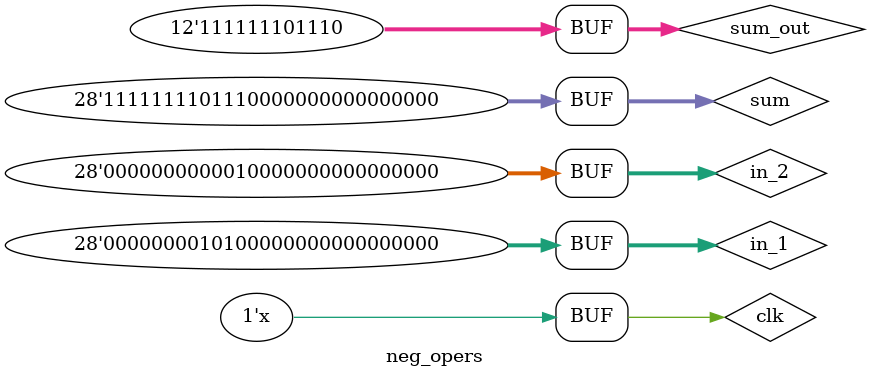
<source format=v>
`timescale 1ps / 1ps

module neg_opers;

reg clk = 0;
reg [N-1:0] in_1 = 655360; 
reg [N-1:0] in_2 = 65536;
wire [11:0] result_out;
wire [N-1:0] result;
wire [N-1:0] sum;
wire [11:0] sum_out;
wire [N-1:0] neg;
wire [N-1:0] mult;
wire [11:0] mult_out;
wire [N-1:0] div; 
wire [11:0] div_out;
wire [N-1:0] neg_result;
wire [11:0] neg_result_out;

parameter Q = 15;
parameter N = 28;

qadd #(Q,N) sum1 ( in_1, in_2, result);

assign sum = in_2 - in_1;
qmult #(Q,N) mult1 ( neg, in_2, mult);

negar #(Q,N) neg1 (in_1, neg);

div_v #(Q,N) div1 (neg, in_2, clk, div);

qadd #(Q,N) sum2 ( in_2 , neg, neg_result);

assign result_out = result[N-2:Q];
assign sum_out = sum[N-2:Q];
assign mult_out = mult[N-2:Q];
assign div_out = div[N-2:Q];
assign neg_result_out = neg_result[N-2:Q];

always #5 clk = ~clk;

//initial begin
//result_out = 0;
//result = 0;
//end
endmodule

</source>
